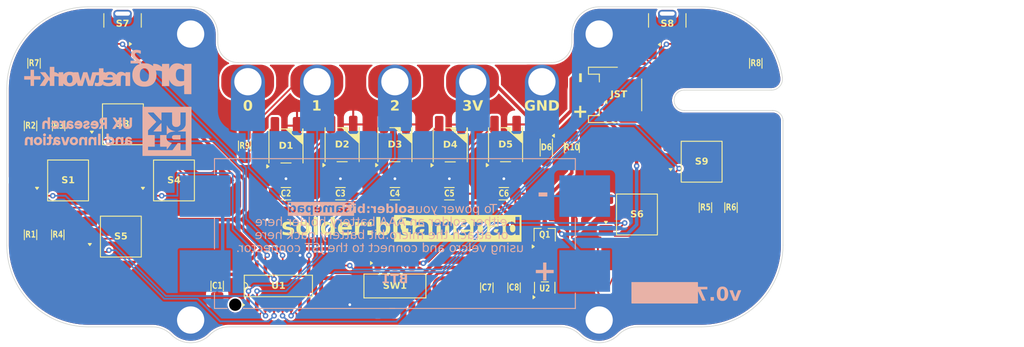
<source format=kicad_pcb>
(kicad_pcb (version 20241229) (generator "pcbnew") (generator_version "9.0")
  (title_block (title "solder:bit Gamepad") (date "2025-07-15") (rev "v0.7") (company "pro² network+ summer school 2025") (comment 1 "Lancaster University ") (comment 2 "Your name") (comment 3 "solder:bit Gamepad"))
  (layers (0 "F.Cu" signal) (2 "B.Cu" signal) (13 "F.Paste" user) (15 "B.Paste" user) (5 "F.SilkS" user "F.Silkscreen") (7 "B.SilkS" user "B.Silkscreen") (1 "F.Mask" user) (3 "B.Mask" user) (25 "Edge.Cuts" user))
  (net 0 "")
  (net 1 "GND")
  (net 2 "Vubit")
  (net 3 "Net-(D1-DIN)")
  (net 4 "Net-(R1-Pad1)")
  (net 5 "Net-(D1-DOUT)")
  (net 6 "Net-(D2-DOUT)")
  (net 7 "Net-(D3-DOUT)")
  (net 8 "PL{slash}DATA")
  (net 9 "SER")
  (net 10 "CLK")
  (net 11 "BTN_L_BUMP")
  (net 13 "BTN_R_BUMP")
  (net 14 "Net-(D4-DOUT)")
  (net 15 "BTN_LEFT")
  (net 17 "BTN_UP")
  (net 18 "Net-(R2-Pad1)")
  (net 20 "BTN_RIGHT")
  (net 21 "BTN_DOWN")
  (net 22 "BTN_Y")
  (net 23 "BTN_X")
  (net 24 "Net-(BT1-+)")
  (net 25 "Vneo")
  (net 28 "Net-(Q1-S)")
  (net 29 "Net-(D6-Pad2)")
  (net 30 "Net-(SW1B-B)")
  (net 32 "Net-(R3-Pad1)")
  (net 33 "Net-(R4-Pad1)")
  (net 34 "Net-(R5-Pad1)")
  (net 35 "Net-(R6-Pad1)")
  (footprint "Solderbit_Gamepad:Button_Label_Y" (layer "F.Cu") (at 132.389719 68.439719)
    (property "Reference" "Ref**" (hide yes))
    (property "Value" "Val**" (hide yes))
  )
  (footprint "Solderbit_Gamepad:TSOT-23" (layer "F.Cu") (at 126.264719 70.064719 90)
    (property "Reference" "Q1")
    (property "Value" "DMG2045U" (hide yes))
  )
  (footprint "Solderbit_Gamepad:Tactile_Switch" (layer "F.Cu") (at 64.014719 70.314719)
    (property "Reference" "S5")
    (property "Value" "TS-1002S-AR06026" (hide yes))
  )
  (footprint "Solderbit_Gamepad:Tactile_Switch_Right_90_Degrees" (layer "F.Cu") (at 144.264719 40.564719)
    (property "Reference" "S8")
    (property "Value" "TS-1037-A4B3-D2" (hide yes))
  )
  (footprint "Solderbit_Gamepad:1206_Capacitor" (layer "F.Cu") (at 117.764719 77.814719 -90)
    (property "Reference" "C7")
    (property "Value" "1uF" (hide yes))
  )
  (footprint "Solderbit_Gamepad:1206_Resistor" (layer "F.Cu") (at 50.75 54.05 -90)
    (property "Reference" "R2")
    (property "Value" "100k" (hide yes))
  )
  (footprint "Solderbit_Gamepad:Button_Label_Arrow" (layer "F.Cu") (at 47.75 62.05 -90)
    (property "Reference" "Ref**" (hide yes))
    (property "Value" "Val**" (hide yes))
  )
  (footprint "Solderbit_Gamepad:1206_Resistor" (layer "F.Cu") (at 51.264719 44.864719 90)
    (property "Reference" "R7")
    (property "Value" "100k" (hide yes))
  )
  (footprint "Solderbit_Gamepad:Button_Label_Arrow" (layer "F.Cu") (at 64.25 47.987369 180)
    (property "Reference" "Ref**" (hide yes))
    (property "Value" "Val**" (hide yes))
  )
  (footprint "Solderbit_Gamepad:1206_Capacitor" (layer "F.Cu") (at 112.264719 64.014719)
    (property "Reference" "C5")
    (property "Value" "1uF" (hide yes))
  )
  (footprint "Solderbit_Gamepad:1206_Resistor" (layer "F.Cu") (at 82.2 57 90)
    (property "Reference" "R9")
    (property "Value" "300R" (hide yes))
  )
  (footprint "Solderbit_Gamepad:NeoPixel_WS2812B" (layer "F.Cu") (at 112.389719 56.839719)
    (property "Reference" "D4")
    (property "Value" "WS2812B" (hide yes))
  )
  (footprint "Solderbit_Gamepad:SOD-123FL" (layer "F.Cu") (at 126.5 57.235281 -90)
    (property "Reference" "D6")
    (property "Value" "MBR120VLSFT1G" (hide yes))
  )
  (footprint "Solderbit_Gamepad:Tactile_Switch" (layer "F.Cu") (at 149.314719 59.314719)
    (property "Reference" "S9")
    (property "Value" "TS-1002S-AR06026" (hide yes))
  )
  (footprint "Solderbit_Gamepad:Tactile_Switch" (layer "F.Cu") (at 56.264719 62.064719)
    (property "Reference" "S1")
    (property "Value" "KH-6X6X6H-STM" (hide yes))
  )
  (footprint "Solderbit_Gamepad:Tactile_Switch_Left_90_Degrees" (layer "F.Cu") (at 64.264719 40.564719)
    (property "Reference" "S7")
    (property "Value" "TS-1037-A4B3-D2" (hide yes))
  )
  (footprint "Solderbit_Gamepad:NeoPixel_WS2812B" (layer "F.Cu") (at 120.514719 56.814719)
    (property "Reference" "D5")
    (property "Value" "WS2812B" (hide yes))
  )
  (footprint "Solderbit_Gamepad:Tactile_Switch" (layer "F.Cu") (at 139.814719 67.064719)
    (property "Reference" "S6")
    (property "Value" "TS-1002S-AR06026" (hide yes))
  )
  (footprint "Solderbit_Gamepad:1206_Capacitor" (layer "F.Cu") (at 78.164719 77.564719 90)
    (property "Reference" "C1")
    (property "Value" "1uF" (hide yes))
  )
  (footprint "Solderbit_Gamepad:NeoPixel_WS2812B" (layer "F.Cu") (at 88.264719 57)
    (property "Reference" "D1")
    (property "Value" "WS2812B" (hide yes))
  )
  (footprint "Solderbit_Gamepad:1206_Capacitor" (layer "F.Cu") (at 104.264719 64.014719)
    (property "Reference" "C4")
    (property "Value" "1uF" (hide yes))
  )
  (footprint "Solderbit_Gamepad:Button_Label_Arrow" (layer "F.Cu") (at 80.685132 62.05 90)
    (property "Reference" "Ref**" (hide yes))
    (property "Value" "Val**" (hide yes))
  )
  (footprint "Solderbit_Gamepad:Button_Label_L" (layer "F.Cu") (at 56.514719 42.314719)
    (property "Reference" "Ref**" (hide yes))
    (property "Value" "Val**" (hide yes))
  )
  (footprint "Solderbit_Gamepad:Shift_Register_74HC165D" (layer "F.Cu") (at 87.15 77.564719)
    (property "Reference" "U1")
    (property "Value" "74HC165D,653" (hide yes))
  )
  (footprint "Solderbit_Gamepad:1206_Resistor" (layer "F.Cu") (at 149.875 66.05 -90)
    (property "Reference" "R5")
    (property "Value" "100k" (hide yes))
  )
  (footprint "Solderbit_Gamepad:Button_Label_X" (layer "F.Cu") (at 156.164719 60.314719)
    (property "Reference" "Ref**" (hide yes))
    (property "Value" "Val**" (hide yes))
  )
  (footprint "Solderbit_Gamepad:JST_PH_S2B-PH-SM4-TB" (layer "F.Cu") (at 136 49.5 90)
    (property "Reference" "J2" (hide yes))
    (property "Value" "S2B-PH-SM4-TB(LF)(SN)" (hide yes))
  )
  (footprint "Solderbit_Gamepad:Tactile_Switch" (layer "F.Cu") (at 71.814719 62.064719)
    (property "Reference" "S4")
    (property "Value" "TS-1002S-AR06026" (hide yes))
  )
  (footprint "Solderbit_Gamepad:Button_Label_Arrow" (layer "F.Cu") (at 64.25 76.1)
    (property "Reference" "Ref**" (hide yes))
    (property "Value" "Val**" (hide yes))
  )
  (footprint "Solderbit_Gamepad:1206_Resistor" (layer "F.Cu") (at 153.625 66.05 -90)
    (property "Reference" "R6")
    (property "Value" "100k" (hide yes))
  )
  (footprint "Solderbit_Gamepad:MountingHole_Pad" (layer "F.Cu") (at 134.264719 40.564719)
    (property "Reference" "H2" (hide yes))
    (property "Value" "MountingHole_Pad" (hide yes))
  )
  (footprint "Solderbit_Gamepad:1206_Resistor" (layer "F.Cu") (at 54.75 70.05 -90)
    (property "Reference" "R4")
    (property "Value" "100k" (hide yes))
  )
  (footprint "Solderbit_Gamepad:1206_Capacitor" (layer "F.Cu") (at 88.264719 64.014719)
    (property "Reference" "C2")
    (property "Value" "1uF" (hide yes))
  )
  (footprint "Solderbit_Gamepad:TSOP-5" (layer "F.Cu") (at 126.264719 77.814719 90)
    (property "Reference" "U2")
    (property "Value" "NCP114ASN330T1G" (hide yes))
  )
  (footprint "Solderbit_Gamepad:1206_Resistor" (layer "F.Cu") (at 130.25 57.235281 90)
    (property "Reference" "R10")
    (property "Value" "3R" (hide yes))
  )
  (footprint "Solderbit_Gamepad:1206_Capacitor" (layer "F.Cu") (at 121.764719 77.814719 -90)
    (property "Reference" "C8")
    (property "Value" "1uF" (hide yes))
  )
  (footprint "Solderbit_Gamepad:1206_Resistor" (layer "F.Cu") (at 50.75 70.05 -90)
    (property "Reference" "R1")
    (property "Value" "100k" (hide yes))
  )
  (footprint "Solderbit_Gamepad:Devices-Lab_Logo_H9mm" (layer "F.Cu") (at 144.764719 75.064719)
    (property "Reference" "G1" (hide yes))
    (property "Value" "~" (hide yes))
  )
  (footprint "Solderbit_Gamepad:NeoPixel_WS2812B" (layer "F.Cu") (at 104.264719 56.814719)
    (property "Reference" "D3")
    (property "Value" "WS2812B" (hide yes))
  )
  (footprint "Solderbit_Gamepad:1206_Capacitor" (layer "F.Cu") (at 120.264719 64.014719)
    (property "Reference" "C6")
    (property "Value" "1uF" (hide yes))
  )
  (footprint "Solderbit_Gamepad:MountingHole_Pad" (layer "F.Cu") (at 74.264719 82.564719)
    (property "Reference" "H3" (hide yes))
    (property "Value" "MountingHole_Pad" (hide yes))
  )
  (footprint "Solderbit_Gamepad:Button_Label_R" (layer "F.Cu") (at 152.014719 42.264719)
    (property "Reference" "Ref**" (hide yes))
    (property "Value" "Val**" (hide yes))
  )
  (footprint "Solderbit_Gamepad:MountingHole_Pad" (layer "F.Cu") (at 134.264719 82.564719)
    (property "Reference" "H4" (hide yes))
    (property "Value" "MountingHole_Pad" (hide yes))
  )
  (footprint "Solderbit_Gamepad:Tactile_Switch" (layer "F.Cu") (at 64.314719 53.814719)
    (property "Reference" "S3")
    (property "Value" "TS-1002S-AR06026" (hide yes))
  )
  (footprint "Solderbit_Gamepad:Sliding_Switch_DPDT" (layer "F.Cu") (at 104.264719 77.564719)
    (property "Reference" "SW1")
    (property "Value" "MST22D18G2 125" (hide yes))
  )
  (footprint "Solderbit_Gamepad:1206_Resistor" (layer "F.Cu") (at 54.875 54.05 -90)
    (property "Reference" "R3")
    (property "Value" "100k" (hide yes))
  )
  (footprint "Solderbit_Gamepad:1206_Capacitor" (layer "F.Cu") (at 96.264719 64.014719)
    (property "Reference" "C3")
    (property "Value" "1uF" (hide yes))
  )
  (footprint "Solderbit_Gamepad:MountingHole_Pad" (layer "F.Cu") (at 74.264719 40.564719)
    (property "Reference" "H1" (hide yes))
    (property "Value" "MountingHole_Pad" (hide yes))
  )
  (footprint "Solderbit_Gamepad:Microbit_Edge_Connector" (layer "F.Cu") (at 104.264719 47.564719)
    (property "Reference" "J1" (hide yes))
    (property "Value" "Microbit_Edge_Connector" (hide yes))
  )
  (footprint "Solderbit_Gamepad:NeoPixel_WS2812B" (layer "F.Cu") (at 96.514719 56.814719)
    (property "Reference" "D2")
    (property "Value" "WS2812B" (hide yes))
  )
  (footprint "Solderbit_Gamepad:1206_Resistor" (layer "F.Cu") (at 157.264719 44.864719 90)
    (property "Reference" "R8")
    (property "Value" "100k" (hide yes))
  )
  (footprint "clipboard:40dc3674-e08b-4222-942d-4811059c9af4" (layer "B.Cu") (at 90.214719 67.064719 180)
    (property "Reference" "")
    (property "Value" "")
  )
  (footprint "Solderbit_Gamepad:UKRI_Logo" (layer "B.Cu") (at 62.264719 55.564719 180)
    (property "Reference" "G4" (hide yes))
    (property "Value" "~" (hide yes))
  )
  (footprint "Solderbit_Gamepad:Battery_Holder" (layer "B.Cu") (at 104.264719 69.864719)
    (property "Reference" "BT1")
    (property "Value" "BH-AAA-B5AA001" (hide yes))
  )
  (footprint "Solderbit_Gamepad:Pro2_Logo" (layer "B.Cu") (at 62.22604 46.564719 180)
    (property "Reference" "Ref**" (hide yes))
    (property "Value" "Val**" (hide yes))
  )
  (gr_rect (start 139.077219 77.064719) (end 148.702219 80.064719) (stroke (width 0.15)) (fill yes) (layer "B.SilkS"))
  (gr_line (start 134.26541 36.564719) (end 149.280007 36.564719) (stroke (width 0.1)) (layer "Edge.Cuts"))
  (gr_arc (start 159.764719 51.8) (mid 160.825379 52.23934) (end 161.264719 53.3) (stroke (width 0.1)) (layer "Edge.Cuts"))
  (gr_arc (start 68.608986 83.564721) (mid 70.139719 83.869203) (end 71.437412 84.736294) (stroke (width 0.1)) (layer "Edge.Cuts"))
  (gr_line (start 127.25 44.764719) (end 81.25 44.764719) (stroke (width 0.1)) (layer "Edge.Cuts"))
  (gr_line (start 130.250691 41.7647) (end 130.250691 40.61472) (stroke (width 0.1)) (layer "Edge.Cuts"))
  (gr_line (start 161.264719 53.3) (end 161.264719 71.56472) (stroke (width 0.1)) (layer "Edge.Cuts"))
  (gr_arc (start 161.264719 71.56472) (mid 157.750001 80.050001) (end 149.26472 83.564719) (stroke (width 0.1)) (layer "Edge.Cuts"))
  (gr_arc (start 81.25 44.764719) (mid 79.128708 43.886034) (end 78.25 41.764719) (stroke (width 0.1)) (layer "Edge.Cuts"))
  (gr_arc (start 74.235363 36.564719) (mid 77.07632 37.763383) (end 78.250082 40.614719) (stroke (width 0.1)) (layer "Edge.Cuts"))
  (gr_arc (start 137.094266 84.736292) (mid 138.391957 83.869195) (end 139.922692 83.564719) (stroke (width 0.1)) (layer "Edge.Cuts"))
  (gr_line (start 47.264719 48.564719) (end 47.264719 71.56472) (stroke (width 0.1)) (layer "Edge.Cuts"))
  (gr_arc (start 149.280007 36.564719) (mid 157.162292 39.516544) (end 161.166717 46.919805) (stroke (width 0.1)) (layer "Edge.Cuts"))
  (gr_arc (start 128.608986 83.564721) (mid 130.139721 83.869199) (end 131.437412 84.736294) (stroke (width 0.1)) (layer "Edge.Cuts"))
  (gr_line (start 146.763911 48.800001) (end 159.559755 48.799961) (stroke (width 0.1)) (layer "Edge.Cuts"))
  (gr_arc (start 146.763911 51.800001) (mid 145.263911 50.300001) (end 146.763911 48.800001) (stroke (width 0.1)) (layer "Edge.Cuts"))
  (gr_line (start 128.608986 83.564719) (end 79.931644 83.564719) (stroke (width 0.1)) (layer "Edge.Cuts"))
  (gr_line (start 78.250082 41.764719) (end 78.250082 40.61472) (stroke (width 0.1)) (layer "Edge.Cuts"))
  (gr_arc (start 47.264718 48.56472) (mid 50.779437 40.079438) (end 59.264719 36.564719) (stroke (width 0.1)) (layer "Edge.Cuts"))
  (gr_line (start 139.931644 83.564719) (end 149.26472 83.564719) (stroke (width 0.1)) (layer "Edge.Cuts"))
  (gr_line (start 59.26472 83.564719) (end 68.609001 83.564719) (stroke (width 0.1)) (layer "Edge.Cuts"))
  (gr_arc (start 130.250691 40.614719) (mid 131.424453 37.763383) (end 134.26541 36.564719) (stroke (width 0.1)) (layer "Edge.Cuts"))
  (gr_arc (start 59.26472 83.564718) (mid 50.779439 80.05) (end 47.264719 71.564719) (stroke (width 0.1)) (layer "Edge.Cuts"))
  (gr_arc (start 161.165307 46.92) (mid 160.797006 48.231933) (end 159.559755 48.802915) (stroke (width 0.1)) (layer "Edge.Cuts"))
  (gr_arc (start 77.094266 84.736292) (mid 78.391959 83.869201) (end 79.922692 83.564719) (stroke (width 0.1)) (layer "Edge.Cuts"))
  (gr_arc (start 77.094266 84.736294) (mid 74.265839 85.907867) (end 71.437412 84.736294) (stroke (width 0.1)) (layer "Edge.Cuts"))
  (gr_arc (start 137.094266 84.736294) (mid 134.265839 85.907867) (end 131.437412 84.736294) (stroke (width 0.1)) (layer "Edge.Cuts"))
  (gr_arc (start 130.25 41.7647) (mid 129.37132 43.88602) (end 127.25 44.7647) (stroke (width 0.1)) (layer "Edge.Cuts"))
  (gr_line (start 159.764719 51.800001) (end 146.763911 51.800001) (stroke (width 0.1)) (layer "Edge.Cuts"))
  (gr_line (start 74.235363 36.564719) (end 59.264719 36.564719) (stroke (width 0.1)) (layer "Edge.Cuts"))
  (gr_text "Gamepad" (at 104.25 70.5 0) (layer "F.Cu" knockout) (effects (font (size 2.5 2.5) (thickness 0.5) (bold yes)) (justify left bottom)))
  (gr_text "solder:bit" (at 87.55 70.5 0) (layer "F.Cu") (effects (font (size 2.5 2.5) (thickness 0.5) (bold yes)) (justify left bottom)))
  (gr_text "solder:bit" (at 87.55 70.5 0) (layer "F.SilkS") (effects (font (size 2.5 2.5) (thickness 0.5) (bold yes)) (justify left bottom)))
  (gr_text "Gamepad" (at 104.25 70.5 0) (layer "F.SilkS" knockout) (effects (font (size 2.5 2.5) (thickness 0.5) (bold yes)) (justify left bottom)))
  (gr_text "v0.7" (at 155.177219 80.064719 0) (layer "B.SilkS") (effects (font (size 2 2) (thickness 0.25) (bold yes)) (justify left bottom mirror)))
  (via (at 97.639719 80.314719) (size 0.8) (drill 0.4) (layers "F.Cu" "B.Cu") (net 1))
  (via (at 90.332564 73.064856) (size 0.8) (drill 0.4) (layers "F.Cu" "B.Cu") (net 1))
  (via (at 104.264719 61.814719) (size 0.8) (drill 0.4) (layers "F.Cu" "B.Cu") (net 1))
  (via (at 85.514719 67.814719) (size 0.8) (drill 0.4) (layers "F.Cu" "B.Cu") (net 1))
  (via (at 88.264719 61.814719) (size 0.8) (drill 0.4) (layers "F.Cu" "B.Cu") (net 1))
  (via (at 120.264719 61.814719) (size 0.8) (drill 0.4) (layers "F.Cu" "B.Cu") (net 1))
  (via (at 112.264719 61.814719) (size 0.8) (drill 0.4) (layers "F.Cu" "B.Cu") (net 1))
  (via (at 96.264719 61.814719) (size 0.8) (drill 0.4) (layers "F.Cu" "B.Cu") (net 1))
  (segment (start 146.114719 64.814719) (end 153.864719 57.064719) (width 0.25) (layer "F.Cu") (net 2))
  (segment (start 84.6689 72.113719) (end 85.351649 72.113719) (width 0.5) (layer "F.Cu") (net 2))
  (segment (start 82.7012 69.8762) (end 84.938719 72.113719) (width 0.5) (layer "F.Cu") (net 2))
  (segment (start 133.264719 44.064719) (end 139.964719 44.064719) (width 0.5) (layer "F.Cu") (net 2))
  (segment (start 130.150719 51.809562) (end 126.5 55.460281) (width 0.5) (layer "F.Cu") (net 2))
  (segment (start 144.364719 64.814719) (end 146.114719 64.814719) (width 0.25) (layer "F.Cu") (net 2))
  (segment (start 67.757203 67.814719) (end 68.814719 67.814719) (width 0.5) (layer "F.Cu") (net 2))
  (segment (start 126.5 55.460281) (end 118.604438 47.564719) (width 0.5) (layer "F.Cu") (net 2))
  (segment (start 153.864719 57.064719) (end 148.514719 57.064719) (width 0.25) (layer "F.Cu") (net 2))
  (segment (start 82.7012 74.081419) (end 82.7012 74.819769) (width 0.5) (layer "F.Cu") (net 2))
  (segment (start 84.938719 72.113719) (end 85.351649 72.113719) (width 0.5) (layer "F.Cu") (net 2))
  (segment (start 82.7012 74.081419) (end 84.6689 72.113719) (width 0.5) (layer "F.Cu") (net 2))
  (segment (start 60.814719 59.814719) (end 60.814719 60.872235) (width 0.5) (layer "F.Cu") (net 2))
  (segment (start 66.514719 46.314719) (end 70.264719 50.064719) (width 0.5) (layer "F.Cu") (net 2))
  (segment (start 130.150719 47.178719) (end 133.264719 44.064719) (width 0.5) (layer "F.Cu") (net 2))
  (segment (start 143.514719 52.064719) (end 143.514719 46.564719) (width 0.25) (layer "F.Cu") (net 2))
  (segment (start 80.639719 67.814719) (end 82.7012 69.8762) (width 0.5) (layer "F.Cu") (net 2))
  (segment (start 70.264719 50.064719) (end 78.264719 58.064719) (width 0.5) (layer "F.Cu") (net 2))
  (segment (start 76.364719 59.814719) (end 78.114719 58.064719) (width 0.25) (layer "F.Cu") (net 2))
  (segment (start 130.150719 51.809562) (end 130.150719 47.178719) (width 0.5) (layer "F.Cu") (net 2))
  (segment (start 68.814719 67.814719) (end 80.639719 67.814719) (width 0.5) (layer "F.Cu") (net 2))
  (segment (start 85.351649 72.113719) (end 104.688719 72.113719) (width 0.5) (layer "F.Cu") (net 2))
  (segment (start 82.230819 66.223619) (end 80.639719 67.814719) (width 0.5) (layer "F.Cu") (net 2))
  (segment (start 78.164719 75.864719) (end 81.65625 75.864719) (width 0.5) (layer "F.Cu") (net 2))
  (segment (start 81.65625 75.864719) (end 82.7012 74.819769) (width 0.5) (layer "F.Cu") (net 2))
  (segment (start 68.864719 51.564719) (end 70.264719 50.164719) (width 0.25) (layer "F.Cu") (net 2))
  (segment (start 104.688719 72.113719) (end 106.764719 74.189719) (width 0.5) (layer "F.Cu") (net 2))
  (segment (start 60.814719 60.872235) (end 67.757203 67.814719) (width 0.5) (layer "F.Cu") (net 2))
  (segment (start 70.264719 50.164719) (end 70.264719 50.064719) (width 0.25) (layer "F.Cu") (net 2))
  (segment (start 118.604438 47.564719) (end 115.694719 47.564719) (width 0.5) (layer "F.Cu") (net 2))
  (segment (start 66.514719 42.014719) (end 66.514719 46.314719) (width 0.5) (layer "F.Cu") (net 2))
  (segment (start 106.764719 74.189719) (end 108.389719 74.189719) (width 0.5) (layer "F.Cu") (net 2))
  (segment (start 140.239719 43.789719) (end 142.014719 42.014719) (width 0.5) (layer "F.Cu") (net 2))
  (segment (start 78.114719 58.064719) (end 78.264719 58.064719) (width 0.25) (layer "F.Cu") (net 2))
  (segment (start 78.264719 58.064719) (end 82.230819 62.030819) (width 0.5) (layer "F.Cu") (net 2))
  (segment (start 82.230819 62.030819) (end 82.230819 66.223619) (width 0.5) (layer "F.Cu") (net 2))
  (segment (start 143.514719 46.564719) (end 140.739719 43.789719) (width 0.25) (layer "F.Cu") (net 2))
  (segment (start 108.389719 74.189719) (end 108.430444 74.230444) (width 0.5) (layer "F.Cu") (net 2))
  (segment (start 140.739719 43.789719) (end 140.239719 43.789719) (width 0.25) (layer "F.Cu") (net 2))
  (segment (start 139.964719 44.064719) (end 140.239719 43.789719) (width 0.5) (layer "F.Cu") (net 2))
  (segment (start 148.514719 57.064719) (end 143.514719 52.064719) (width 0.25) (layer "F.Cu") (net 2))
  (via (at 108.430444 74.230444) (size 0.8) (drill 0.4) (layers "F.Cu" "B.Cu") (net 2))
  (segment (start 115.694719 47.564719) (end 115.694719 67.134719) (width 0.5) (layer "B.Cu") (net 2))
  (segment (start 108.56716 74.262278) (end 108.462278 74.262278) (width 0.5) (layer "B.Cu") (net 2))
  (segment (start 115.694719 67.134719) (end 108.56716 74.262278) (width 0.5) (layer "B.Cu") (net 2))
  (segment (start 108.462278 74.262278) (end 108.430444 74.230444) (width 0.5) (layer "B.Cu") (net 2))
  (segment (start 82.2 58.7) (end 82.2 58.464719) (width 0.25) (layer "F.Cu") (net 3))
  (segment (start 82.2 58.464719) (end 86.639719 54.025) (width 0.25) (layer "F.Cu") (net 3))
  (segment (start 50.75 68.35) (end 53.035281 66.064719) (width 0.25) (layer "F.Cu") (net 4))
  (segment (start 59.064719 66.064719) (end 60.814719 64.314719) (width 0.25) (layer "F.Cu") (net 4))
  (segment (start 53.035281 66.064719) (end 59.064719 66.064719) (width 0.25) (layer "F.Cu") (net 4))
  (segment (start 94.889719 54.975) (end 94.889719 53.839719) (width 0.25) (layer "F.Cu") (net 5))
  (segment (start 89.889719 59.975) (end 94.889719 54.975) (width 0.25) (layer "F.Cu") (net 5))
  (segment (start 102.639719 53.839719) (end 102.639719 55.289719) (width 0.25) (layer "F.Cu") (net 6))
  (segment (start 102.639719 55.289719) (end 98.139719 59.789719) (width 0.25) (layer "F.Cu") (net 6))
  (segment (start 105.889719 58.739719) (end 105.889719 59.789719) (width 0.25) (layer "F.Cu") (net 7))
  (segment (start 110.764719 53.864719) (end 105.889719 58.739719) (width 0.25) (layer "F.Cu") (net 7))
  (segment (start 82.2 55.3) (end 89.935281 47.564719) (width 0.25) (layer "F.Cu") (net 8))
  (segment (start 82.764719 78.314719) (end 82.764719 80.24615) (width 0.25) (layer "F.Cu") (net 8))
  (segment (start 82.764719 80.24615) (end 82.7012 80.309669) (width 0.25) (layer "F.Cu") (net 8))
  (segment (start 89.935281 47.564719) (end 92.834719 47.564719) (width 0.25) (layer "F.Cu") (net 8))
  (via (at 82.764719 78.314719) (size 0.8) (drill 0.4) (layers "F.Cu" "B.Cu") (net 8))
  (segment (start 83.590719 77.488719) (end 82.764719 78.314719) (width 0.25) (layer "B.Cu") (net 8))
  (segment (start 92.834719 73.211561) (end 88.557561 77.488719) (width 0.25) (layer "B.Cu") (net 8))
  (segment (start 92.834719 47.564719) (end 92.834719 73.211561) (width 0.25) (layer "B.Cu") (net 8))
  (segment (start 88.557561 77.488719) (end 83.590719 77.488719) (width 0.25) (layer "B.Cu") (net 8))
  (segment (start 91.639719 73.064719) (end 91.639719 74.77125) (width 0.25) (layer "F.Cu") (net 9))
  (segment (start 91.639719 74.77125) (end 91.5912 74.819769) (width 0.25) (layer "F.Cu") (net 9))
  (via (at 91.639719 73.064719) (size 0.8) (drill 0.4) (layers "F.Cu" "B.Cu") (net 9))
  (segment (start 82.774719 47.564719) (end 82.774719 60.199719) (width 0.25) (layer "B.Cu") (net 9))
  (segment (start 82.774719 60.199719) (end 91.639719 69.064719) (width 0.25) (layer "B.Cu") (net 9))
  (segment (start 91.639719 69.064719) (end 91.639719 73.064719) (width 0.25) (layer "B.Cu") (net 9))
  (segment (start 84.014719 80.26615) (end 83.9712 80.309669) (width 0.25) (layer "F.Cu") (net 10))
  (segment (start 84.014719 78.314719) (end 84.014719 80.26615) (width 0.25) (layer "F.Cu") (net 10))
  (via (at 84.014719 78.314719) (size 0.8) (drill 0.4) (layers "F.Cu" "B.Cu") (net 10))
  (segment (start 88.264719 78.314719) (end 84.014719 78.314719) (width 0.25) (layer "B.Cu") (net 10))
  (segment (start 104.264719 58.814719) (end 94.014719 69.064719) (width 0.25) (layer "B.Cu") (net 10))
  (segment (start 94.014719 69.064719) (end 94.014719 72.564719) (width 0.25) (layer "B.Cu") (net 10))
  (segment (start 104.264719 47.564719) (end 104.264719 58.814719) (width 0.25) (layer "B.Cu") (net 10))
  (segment (start 94.014719 72.564719) (end 88.264719 78.314719) (width 0.25) (layer "B.Cu") (net 10))
  (segment (start 87.7812 74.819769) (end 87.7812 73.0812) (width 0.25) (layer "F.Cu") (net 11))
  (segment (start 62.014719 42.014719) (end 64.214719 42.014719) (width 0.25) (layer "F.Cu") (net 11))
  (segment (start 64.214719 42.014719) (end 64.264719 42.064719) (width 0.25) (layer "F.Cu") (net 11))
  (segment (start 57.964719 46.064719) (end 54.014719 46.064719) (width 0.25) (layer "F.Cu") (net 11))
  (segment (start 51.264719 43.314719) (end 51.264719 43.164719) (width 0.25) (layer "F.Cu") (net 11))
  (segment (start 54.014719 46.064719) (end 51.264719 43.314719) (width 0.25) (layer "F.Cu") (net 11))
  (segment (start 87.7812 73.0812) (end 87.764719 73.064719) (width 0.25) (layer "F.Cu") (net 11))
  (segment (start 62.014719 42.014719) (end 57.964719 46.064719) (width 0.25) (layer "F.Cu") (net 11))
  (via (at 87.764719 73.064719) (size 0.8) (drill 0.4) (layers "F.Cu" "B.Cu") (net 11))
  (via (at 64.264719 42.064719) (size 0.8) (drill 0.4) (layers "F.Cu" "B.Cu") (net 11))
  (segment (start 64.264719 42.064719) (end 82.397719 60.197719) (width 0.25) (layer "B.Cu") (net 11))
  (segment (start 82.397719 60.197719) (end 82.397719 67.697719) (width 0.25) (layer "B.Cu") (net 11))
  (segment (start 82.397719 67.697719) (end 87.764719 73.064719) (width 0.25) (layer "B.Cu") (net 11))
  (segment (start 92.178619 76.150819) (end 89.225819 76.150819) (width 0.25) (layer "F.Cu") (net 13))
  (segment (start 89.0512 75.9762) (end 89.0512 74.819769) (width 0.25) (layer "F.Cu") (net 13))
  (segment (start 150.539719 46.064719) (end 154.489719 46.064719) (width 0.25) (layer "F.Cu") (net 13))
  (segment (start 157.239719 43.314719) (end 157.239719 43.164719) (width 0.25) (layer "F.Cu") (net 13))
  (segment (start 146.514719 42.014719) (end 144.189719 42.014719) (width 0.25) (layer "F.Cu") (net 13))
  (segment (start 144.189719 42.014719) (end 144.139719 42.064719) (width 0.25) (layer "F.Cu") (net 13))
  (segment (start 89.225819 76.150819) (end 89.0512 75.9762) (width 0.25) (layer "F.Cu") (net 13))
  (segment (start 97.639719 74.564719) (end 93.764719 74.564719) (width 0.25) (layer "F.Cu") (net 13))
  (segment (start 154.489719 46.064719) (end 157.239719 43.314719) (width 0.25) (layer "F.Cu") (net 13))
  (segment (start 93.764719 74.564719) (end 92.178619 76.150819) (width 0.25) (layer "F.Cu") (net 13))
  (segment (start 146.489719 42.014719) (end 150.539719 46.064719) (width 0.25) (layer "F.Cu") (net 13))
  (via (at 97.639719 74.564719) (size 0.8) (drill 0.4) (layers "F.Cu" "B.Cu") (net 13))
  (via (at 144.139719 42.064719) (size 0.8) (drill 0.4) (layers "F.Cu" "B.Cu") (net 13))
  (segment (start 111.063719 75.140719) (end 144.139719 42.064719) (width 0.25) (layer "B.Cu") (net 13))
  (segment (start 98.215719 75.140719) (end 111.063719 75.140719) (width 0.25) (layer "B.Cu") (net 13))
  (segment (start 97.639719 74.564719) (end 98.215719 75.140719) (width 0.25) (layer "B.Cu") (net 13))
  (segment (start 114.014719 58.714719) (end 114.014719 59.814719) (width 0.25) (layer "F.Cu") (net 14))
  (segment (start 118.889719 53.839719) (end 114.014719 58.714719) (width 0.25) (layer "F.Cu") (net 14))
  (segment (start 51.714719 64.314719) (end 54.014719 64.314719) (width 0.25) (layer "F.Cu") (net 15))
  (segment (start 85.2412 81.9162) (end 85.264719 81.939719) (width 0.25) (layer "F.Cu") (net 15))
  (segment (start 85.2412 80.309669) (end 85.2412 81.9162) (width 0.25) (layer "F.Cu") (net 15))
  (via (at 85.264719 81.939719) (size 0.8) (drill 0.4) (layers "F.Cu" "B.Cu") (net 15))
  (via (at 54.014719 64.314719) (size 0.8) (drill 0.4) (layers "F.Cu" "B.Cu") (net 15))
  (segment (start 55.889719 64.314719) (end 54.014719 64.314719) (width 0.25) (layer "B.Cu") (net 15))
  (segment (start 85.264719 81.939719) (end 82.359719 79.034719) (width 0.25) (layer "B.Cu") (net 15))
  (segment (start 82.359719 79.034719) (end 70.609719 79.034719) (width 0.25) (layer "B.Cu") (net 15))
  (segment (start 70.609719 79.034719) (end 55.889719 64.314719) (width 0.25) (layer "B.Cu") (net 15))
  (segment (start 59.764719 56.064719) (end 61.889719 56.064719) (width 0.25) (layer "F.Cu") (net 17))
  (segment (start 85.2412 73.338238) (end 85.514719 73.064719) (width 0.25) (layer "F.Cu") (net 17))
  (segment (start 85.2412 74.819769) (end 85.2412 73.338238) (width 0.25) (layer "F.Cu") (net 17))
  (segment (start 61.889719 56.064719) (end 62.139719 56.314719) (width 0.25) (layer "F.Cu") (net 17))
  (via (at 62.139719 56.314719) (size 0.8) (drill 0.4) (layers "F.Cu" "B.Cu") (net 17))
  (via (at 85.514719 73.064719) (size 0.8) (drill 0.4) (layers "F.Cu" "B.Cu") (net 17))
  (segment (start 82.020719 69.570719) (end 85.514719 73.064719) (width 0.25) (layer "B.Cu") (net 17))
  (segment (start 82.020719 60.562719) (end 82.020719 69.570719) (width 0.25) (layer "B.Cu") (net 17))
  (segment (start 77.772719 56.314719) (end 82.020719 60.562719) (width 0.25) (layer "B.Cu") (net 17))
  (segment (start 62.139719 56.314719) (end 77.772719 56.314719) (width 0.25) (layer "B.Cu") (net 17))
  (segment (start 68.164719 55.364719) (end 61.314719 55.364719) (width 0.25) (layer "F.Cu") (net 18))
  (segment (start 68.864719 56.064719) (end 68.164719 55.364719) (width 0.25) (layer "F.Cu") (net 18))
  (segment (start 61.314719 55.364719) (end 57.174 51.224) (width 0.25) (layer "F.Cu") (net 18))
  (segment (start 51.876 51.224) (end 50.75 52.35) (width 0.25) (layer "F.Cu") (net 18))
  (segment (start 57.174 51.224) (end 51.876 51.224) (width 0.25) (layer "F.Cu") (net 18))
  (segment (start 67.264719 64.314719) (end 70.014719 64.314719) (width 0.25) (layer "F.Cu") (net 20))
  (segment (start 86.514719 76.564719) (end 86.514719 74.823288) (width 0.25) (layer "F.Cu") (net 20))
  (segment (start 86.514719 74.823288) (end 86.5112 74.819769) (width 0.25) (layer "F.Cu") (net 20))
  (via (at 70.014719 64.314719) (size 0.8) (drill 0.4) (layers "F.Cu" "B.Cu") (net 20))
  (via (at 86.514719 76.564719) (size 0.8) (drill 0.4) (layers "F.Cu" "B.Cu") (net 20))
  (segment (start 80.445719 69.245719) (end 80.445719 61.177613) (width 0.25) (layer "B.Cu") (net 20))
  (segment (start 83.639719 72.439719) (end 80.445719 69.245719) (width 0.25) (layer "B.Cu") (net 20))
  (segment (start 80.251825 60.983719) (end 72.527613 60.983719) (width 0.25) (layer "B.Cu") (net 20))
  (segment (start 72.333719 61.177613) (end 72.333719 64.314719) (width 0.25) (layer "B.Cu") (net 20))
  (segment (start 86.514719 76.564719) (end 83.639719 73.689719) (width 0.25) (layer "B.Cu") (net 20))
  (segment (start 72.333719 64.314719) (end 70.014719 64.314719) (width 0.25) (layer "B.Cu") (net 20))
  (segment (start 80.445719 61.177613) (end 80.251825 60.983719) (width 0.25) (layer "B.Cu") (net 20))
  (segment (start 72.527613 60.983719) (end 72.333719 61.177613) (width 0.25) (layer "B.Cu") (net 20))
  (segment (start 83.639719 73.689719) (end 83.639719 72.439719) (width 0.25) (layer "B.Cu") (net 20))
  (segment (start 62.014719 72.564719) (end 62.264719 72.314719) (width 0.25) (layer "F.Cu") (net 21))
  (segment (start 59.464719 72.564719) (end 62.014719 72.564719) (width 0.25) (layer "F.Cu") (net 21))
  (segment (start 86.5112 80.309669) (end 86.5112 81.9362) (width 0.25) (layer "F.Cu") (net 21))
  (segment (start 86.5112 81.9362) (end 86.514719 81.939719) (width 0.25) (layer "F.Cu") (net 21))
  (via (at 86.514719 81.939719) (size 0.8) (drill 0.4) (layers "F.Cu" "B.Cu") (net 21))
  (via (at 62.264719 72.314719) (size 0.8) (drill 0.4) (layers "F.Cu" "B.Cu") (net 21))
  (segment (start 70.389719 79.439719) (end 63.264719 72.314719) (width 0.25) (layer "B.Cu") (net 21))
  (segment (start 75.277708 79.439719) (end 70.389719 79.439719) (width 0.25) (layer "B.Cu") (net 21))
  (segment (start 85.688719 82.765719) (end 78.603708 82.765719) (width 0.25) (layer "B.Cu") (net 21))
  (segment (start 78.603708 82.765719) (end 75.277708 79.439719) (width 0.25) (layer "B.Cu") (net 21))
  (segment (start 86.514719 81.939719) (end 85.688719 82.765719) (width 0.25) (layer "B.Cu") (net 21))
  (segment (start 63.264719 72.314719) (end 62.264719 72.314719) (width 0.25) (layer "B.Cu") (net 21))
  (segment (start 87.764719 81.939719) (end 87.764719 80.32615) (width 0.25) (layer "F.Cu") (net 22))
  (segment (start 137.014719 69.314719) (end 138.014719 68.314719) (width 0.25) (layer "F.Cu") (net 22))
  (segment (start 135.264719 69.314719) (end 137.014719 69.314719) (width 0.25) (layer "F.Cu") (net 22))
  (segment (start 87.764719 80.32615) (end 87.7812 80.309669) (width 0.25) (layer "F.Cu") (net 22))
  (via (at 138.014719 68.314719) (size 0.8) (drill 0.4) (layers "F.Cu" "B.Cu") (net 22))
  (via (at 87.764719 81.939719) (size 0.8) (drill 0.4) (layers "F.Cu" "B.Cu") (net 22))
  (segment (start 88.619719 82.794719) (end 104.476036 82.794719) (width 0.25) (layer "B.Cu") (net 22))
  (segment (start 104.476036 82.794719) (end 118.956036 68.314719) (width 0.25) (layer "B.Cu") (net 22))
  (segment (start 118.956036 68.314719) (end 138.014719 68.314719) (width 0.25) (layer "B.Cu") (net 22))
  (segment (start 87.764719 81.939719) (end 88.619719 82.794719) (width 0.25) (layer "B.Cu") (net 22))
  (segment (start 89.014719 80.34615) (end 89.0512 80.309669) (width 0.25) (layer "F.Cu") (net 23))
  (segment (start 144.764719 61.564719) (end 146.014719 60.314719) (width 0.25) (layer "F.Cu") (net 23))
  (segment (start 89.014719 81.939719) (end 89.014719 80.34615) (width 0.25) (layer "F.Cu") (net 23))
  (via (at 146.014719 60.314719) (size 0.8) (drill 0.4) (layers "F.Cu" "B.Cu") (net 23))
  (via (at 89.014719 81.939719) (size 0.8) (drill 0.4) (layers "F.Cu" "B.Cu") (net 23))
  (segment (start 111.219878 75.517719) (end 132.922878 53.814719) (width 0.25) (layer "B.Cu") (net 23))
  (segment (start 132.922878 53.814719) (end 139.514719 53.814719) (width 0.25) (layer "B.Cu") (net 23))
  (segment (start 89.014719 81.939719) (end 95.436719 75.517719) (width 0.25) (layer "B.Cu") (net 23))
  (segment (start 139.514719 53.814719) (end 146.014719 60.314719) (width 0.25) (layer "B.Cu") (net 23))
  (segment (start 95.436719 75.517719) (end 111.219878 75.517719) (width 0.25) (layer "B.Cu") (net 23))
  (segment (start 128.764719 69.939719) (end 127.434719 68.609719) (width 0.5) (layer "F.Cu") (net 24))
  (segment (start 139.764719 57.464719) (end 139.764719 59.939719) (width 0.5) (layer "F.Cu") (net 24))
  (segment (start 132.85 50.55) (end 139.764719 57.464719) (width 0.5) (layer "F.Cu") (net 24))
  (segment (start 127.434719 68.609719) (end 126.264719 68.609719) (width 0.5) (layer "F.Cu") (net 24))
  (via (at 139.764719 59.939719) (size 0.8) (drill 0.4) (layers "F.Cu" "B.Cu") (net 24))
  (via (at 128.764719 69.939719) (size 0.8) (drill 0.4) (layers "F.Cu" "B.Cu") (net 24))
  (segment (start 138.389719 69.939719) (end 139.764719 68.564719) (width 0.5) (layer "B.Cu") (net 24))
  (segment (start 128.764719 69.939719) (end 138.389719 69.939719) (width 0.5) (layer "B.Cu") (net 24))
  (segment (start 132.139719 73.314719) (end 132.139719 75.364719) (width 0.5) (layer "B.Cu") (net 24))
  (segment (start 128.764719 69.939719) (end 132.139719 73.314719) (width 0.5) (layer "B.Cu") (net 24))
  (segment (start 139.764719 68.564719) (end 139.764719 59.939719) (width 0.5) (layer "B.Cu") (net 24))
  (segment (start 94.889719 63.689719) (end 94.564719 64.014719) (width 0.25) (layer "F.Cu") (net 25))
  (segment (start 102.639719 63.939719) (end 102.564719 64.014719) (width 0.25) (layer "F.Cu") (net 25))
  (segment (start 118.939719 65.114719) (end 120.764719 66.939719) (width 0.5) (layer "F.Cu") (net 25))
  (segment (start 130.25 58.935281) (end 130.25 60.954438) (width 0.5) (layer "F.Cu") (net 25))
  (segment (start 118.564719 65.114719) (end 118.939719 65.114719) (width 0.5) (layer "F.Cu") (net 25))
  (segment (start 101.764719 76.689719) (end 104.264719 74.189719) (width 0.5) (layer "F.Cu") (net 25))
  (segment (start 118.889719 63.689719) (end 118.564719 64.014719) (width 0.25) (layer "F.Cu") (net 25))
  (segment (start 111.915719 65.365719) (end 110.564719 64.014719) (width 0.5) (layer "F.Cu") (net 25))
  (segment (start 103.915719 65.365719) (end 102.564719 64.014719) (width 0.5) (layer "F.Cu") (net 25))
  (segment (start 110.764719 59.814719) (end 110.764719 63.814719) (width 0.25) (layer "F.Cu") (net 25))
  (segment (start 130.25 60.954438) (end 124.264719 66.939719) (width 0.5) (layer "F.Cu") (net 25))
  (segment (start 94.564719 64.014719) (end 93.213719 65.365719) (width 0.5) (layer "F.Cu") (net 25))
  (segment (start 86.639719 63.939719) (end 86.564719 64.014719) (width 0.5) (layer "F.Cu") (net 25))
  (segment (start 118.313719 65.365719) (end 111.915719 65.365719) (width 0.5) (layer "F.Cu") (net 25))
  (segment (start 118.564719 65.114719) (end 118.564719 64.014719) (width 0.5) (layer "F.Cu") (net 25))
  (segment (start 120.764719 66.939719) (end 120.764719 71.014711) (width 0.5) (layer "F.Cu") (net 25))
  (segment (start 108.408637 75.765719) (end 105.840719 75.765719) (width 0.5) (layer "F.Cu") (net 25))
  (segment (start 102.564719 64.014719) (end 101.213719 65.365719) (width 0.5) (layer "F.Cu") (net 25))
  (segment (start 119.089711 72.689719) (end 111.484637 72.689719) (width 0.5) (layer "F.Cu") (net 25))
  (segment (start 109.213719 65.365719) (end 103.915719 65.365719) (width 0.5) (layer "F.Cu") (net 25))
  (segment (start 110.564719 64.014719) (end 109.213719 65.365719) (width 0.5) (layer "F.Cu") (net 25))
  (segment (start 118.889719 59.789719) (end 118.889719 63.689719) (width 0.25) (layer "F.Cu") (net 25))
  (segment (start 95.915719 65.365719) (end 94.564719 64.014719) (width 0.5) (layer "F.Cu") (net 25))
  (segment (start 94.889719 59.789719) (end 94.889719 63.689719) (width 0.25) (layer "F.Cu") (net 25))
  (segment (start 111.484637 72.689719) (end 108.408637 75.765719) (width 0.5) (layer "F.Cu") (net 25))
  (segment (start 102.639719 59.789719) (end 102.639719 63.939719) (width 0.25) (layer "F.Cu") (net 25))
  (segment (start 110.639719 63.939719) (end 110.564719 64.014719) (width 0.5) (layer "F.Cu") (net 25))
  (segment (start 93.213719 65.365719) (end 87.915719 65.365719) (width 0.5) (layer "F.Cu") (net 25))
  (segment (start 124.264719 66.939719) (end 120.764719 66.939719) (width 0.5) (layer "F.Cu") (net 25))
  (segment (start 101.764719 80.939719) (end 101.764719 76.689719) (width 0.5) (layer "F.Cu") (net 25))
  (segment (start 120.764719 71.014711) (end 119.089711 72.689719) (width 0.5) (layer "F.Cu") (net 25))
  (segment (start 86.639719 59.975) (end 86.639719 63.939719) (width 0.5) (layer "F.Cu") (net 25))
  (segment (start 87.915719 65.365719) (end 86.564719 64.014719) (width 0.5) (layer "F.Cu") (net 25))
  (segment (start 94.639719 63.939719) (end 94.564719 64.014719) (width 0.5) (layer "F.Cu") (net 25))
  (segment (start 118.564719 65.114719) (end 118.313719 65.365719) (width 0.5) (layer "F.Cu") (net 25))
  (segment (start 101.213719 65.365719) (end 95.915719 65.365719) (width 0.5) (layer "F.Cu") (net 25))
  (segment (start 118.639719 63.939719) (end 118.564719 64.014719) (width 0.5) (layer "F.Cu") (net 25))
  (segment (start 105.840719 75.765719) (end 104.264719 74.189719) (width 0.5) (layer "F.Cu") (net 25))
  (segment (start 110.764719 63.814719) (end 110.564719 64.014719) (width 0.25) (layer "F.Cu") (net 25))
  (segment (start 127.202219 71.519719) (end 126.438719 72.283219) (width 0.5) (layer "F.Cu") (net 28))
  (segment (start 117.764719 76.114719) (end 119.015719 77.365719) (width 0.5) (layer "F.Cu") (net 28))
  (segment (start 123.385719 77.365719) (end 125.314719 79.294719) (width 0.5) (layer "F.Cu") (net 28))
  (segment (start 126.438719 72.283219) (end 126.438719 77.42072) (width 0.5) (layer "F.Cu") (net 28))
  (segment (start 126.438719 77.42072) (end 125.65472 78.20472) (width 0.5) (layer "F.Cu") (net 28))
  (segment (start 126.620066 78.20472) (end 125.65472 78.20472) (width 0.25) (layer "F.Cu") (net 28))
  (segment (start 127.214719 79.294719) (end 127.244719 79.294719) (width 0.25) (layer "F.Cu") (net 28))
  (segment (start 125.314719 78.54472) (end 125.314719 79.294719) (width 0.5) (layer "F.Cu") (net 28))
  (segment (start 119.015719 77.365719) (end 123.385719 77.365719) (width 0.5) (layer "F.Cu") (net 28))
  (segment (start 127.244719 79.294719) (end 127.264719 79.314719) (width 0.25) (layer "F.Cu") (net 28))
  (segment (start 127.264719 79.314719) (end 127.264719 78.849373) (width 0.25) (layer "F.Cu") (net 28))
  (segment (start 127.264719 78.849373) (end 126.620066 78.20472) (width 0.25) (layer "F.Cu") (net 28))
  (segment (start 125.65472 78.20472) (end 125.314719 78.54472) (width 0.5) (layer "F.Cu") (net 28))
  (segment (start 129.975 55.535281) (end 130.25 55.535281) (width 0.5) (layer "F.Cu") (net 29))
  (segment (start 126.5 59.010281) (end 129.975 55.535281) (width 0.5) (layer "F.Cu") (net 29))
  (segment (start 120.513719 74.863719) (end 110.340719 74.863719) (width 0.5) (layer "F.Cu") (net 30))
  (segment (start 121.764719 76.114719) (end 120.513719 74.863719) (width 0.5) (layer "F.Cu") (net 30))
  (segment (start 125.094719 76.114719) (end 125.314719 76.334719) (width 0.5) (layer "F.Cu") (net 30))
  (segment (start 110.340719 74.863719) (end 104.264719 80.939719) (width 0.5) (layer "F.Cu") (net 30))
  (segment (start 121.764719 76.114719) (end 125.094719 76.114719) (width 0.5) (layer "F.Cu") (net 30))
  (segment (start 60.193205 58.564719) (end 54.875 53.246514) (width 0.25) (layer "F.Cu") (net 32))
  (segment (start 76.364719 64.314719) (end 70.614719 58.564719) (width 0.25) (layer "F.Cu") (net 32))
  (segment (start 70.614719 58.564719) (end 60.193205 58.564719) (width 0.25) (layer "F.Cu") (net 32))
  (segment (start 54.875 53.246514) (end 54.875 52.35) (width 0.25) (layer "F.Cu") (net 32))
  (segment (start 57.024 70.624) (end 54.75 68.35) (width 0.25) (layer "F.Cu") (net 33))
  (segment (start 66.624 70.624) (end 57.024 70.624) (width 0.25) (layer "F.Cu") (net 33))
  (segment (start 68.564719 72.564719) (end 66.624 70.624) (width 0.25) (layer "F.Cu") (net 33))
  (segment (start 149.329438 64.35) (end 149.875 64.35) (width 0.25) (layer "F.Cu") (net 34))
  (segment (start 144.364719 69.314719) (end 149.329438 64.35) (width 0.25) (layer "F.Cu") (net 34))
  (segment (start 153.864719 61.564719) (end 153.864719 64.110281) (width 0.25) (layer "F.Cu") (net 35))
  (segment (start 153.864719 64.110281) (end 153.625 64.35) (width 0.25) (layer "F.Cu") (net 35))
  (zone (net 1) (net_name "GND") (layers "F.Cu" "B.Cu") (connect_pads (clearance 0.25)) (min_thickness 0.2) (fill yes (thermal_gap 0.75) (thermal_bridge_width 0.3) (island_removal_mode 1) (island_area_min 10))
    (polygon (pts (xy 46.264719 35.564719) (xy 46.264719 86.564719) (xy 162.264719 86.564719) (xy 162.264719 35.564719)))
  )
)
</source>
